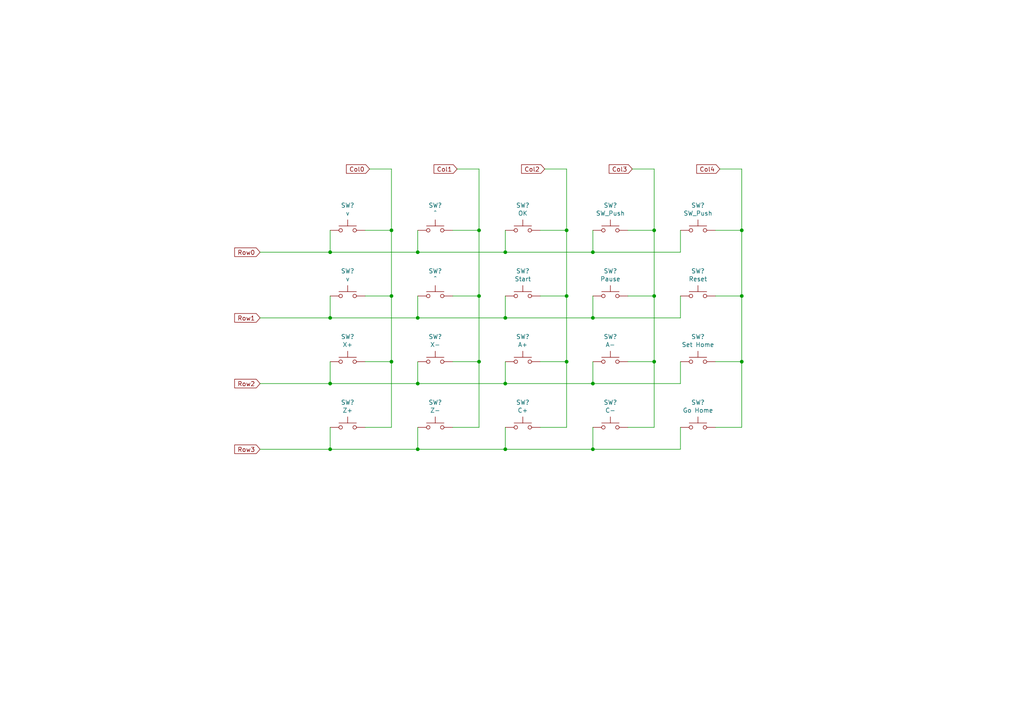
<source format=kicad_sch>
(kicad_sch (version 20211123) (generator eeschema)

  (uuid 35f33603-a65d-4e7e-9399-f524b8aed735)

  (paper "A4")

  (lib_symbols
    (symbol "Switch:SW_Push" (pin_numbers hide) (pin_names (offset 1.016) hide) (in_bom yes) (on_board yes)
      (property "Reference" "SW" (id 0) (at 1.27 2.54 0)
        (effects (font (size 1.27 1.27)) (justify left))
      )
      (property "Value" "SW_Push" (id 1) (at 0 -1.524 0)
        (effects (font (size 1.27 1.27)))
      )
      (property "Footprint" "" (id 2) (at 0 5.08 0)
        (effects (font (size 1.27 1.27)) hide)
      )
      (property "Datasheet" "~" (id 3) (at 0 5.08 0)
        (effects (font (size 1.27 1.27)) hide)
      )
      (property "ki_keywords" "switch normally-open pushbutton push-button" (id 4) (at 0 0 0)
        (effects (font (size 1.27 1.27)) hide)
      )
      (property "ki_description" "Push button switch, generic, two pins" (id 5) (at 0 0 0)
        (effects (font (size 1.27 1.27)) hide)
      )
      (symbol "SW_Push_0_1"
        (circle (center -2.032 0) (radius 0.508)
          (stroke (width 0) (type default) (color 0 0 0 0))
          (fill (type none))
        )
        (polyline
          (pts
            (xy 0 1.27)
            (xy 0 3.048)
          )
          (stroke (width 0) (type default) (color 0 0 0 0))
          (fill (type none))
        )
        (polyline
          (pts
            (xy 2.54 1.27)
            (xy -2.54 1.27)
          )
          (stroke (width 0) (type default) (color 0 0 0 0))
          (fill (type none))
        )
        (circle (center 2.032 0) (radius 0.508)
          (stroke (width 0) (type default) (color 0 0 0 0))
          (fill (type none))
        )
        (pin passive line (at -5.08 0 0) (length 2.54)
          (name "1" (effects (font (size 1.27 1.27))))
          (number "1" (effects (font (size 1.27 1.27))))
        )
        (pin passive line (at 5.08 0 180) (length 2.54)
          (name "2" (effects (font (size 1.27 1.27))))
          (number "2" (effects (font (size 1.27 1.27))))
        )
      )
    )
  )

  (junction (at 138.938 85.852) (diameter 0) (color 0 0 0 0)
    (uuid 09c5bc02-a419-455c-a466-436d14358dde)
  )
  (junction (at 113.538 85.852) (diameter 0) (color 0 0 0 0)
    (uuid 180b2908-8dae-4e2d-8004-5fbf31bd6bb4)
  )
  (junction (at 215.138 66.802) (diameter 0) (color 0 0 0 0)
    (uuid 2161efe8-b695-4695-8cb4-9cd28d2fcff6)
  )
  (junction (at 171.958 92.202) (diameter 0) (color 0 0 0 0)
    (uuid 2df36c7d-a974-40f0-9eaa-8a379f05141c)
  )
  (junction (at 146.558 73.152) (diameter 0) (color 0 0 0 0)
    (uuid 3593ac02-64b6-4a09-b5ce-5df341f1aa56)
  )
  (junction (at 95.758 111.252) (diameter 0) (color 0 0 0 0)
    (uuid 4507a564-8973-464c-9b72-4cf79d28a93a)
  )
  (junction (at 113.538 104.902) (diameter 0) (color 0 0 0 0)
    (uuid 468e5b6e-3dbe-48b4-8f0f-d3fc3fc586b7)
  )
  (junction (at 121.158 73.152) (diameter 0) (color 0 0 0 0)
    (uuid 49a0d6f2-7814-4a8b-a66f-8b37ca899e2a)
  )
  (junction (at 164.338 66.802) (diameter 0) (color 0 0 0 0)
    (uuid 5e334666-af70-4bbd-b4f0-340a4f0554cb)
  )
  (junction (at 138.938 66.802) (diameter 0) (color 0 0 0 0)
    (uuid 634afa8c-24b2-44f1-acc7-35a30435833a)
  )
  (junction (at 146.558 92.202) (diameter 0) (color 0 0 0 0)
    (uuid 66b7de79-25cc-4e7d-8c4f-17d457be7f0e)
  )
  (junction (at 189.738 104.902) (diameter 0) (color 0 0 0 0)
    (uuid 7ba397ae-0d1a-4732-8972-9612adee451c)
  )
  (junction (at 171.958 73.152) (diameter 0) (color 0 0 0 0)
    (uuid 80cf819f-5c64-4cfe-928a-8988996e68f4)
  )
  (junction (at 146.558 111.252) (diameter 0) (color 0 0 0 0)
    (uuid 8acdaf93-3378-4d13-8bf9-6b0317108d20)
  )
  (junction (at 215.138 85.852) (diameter 0) (color 0 0 0 0)
    (uuid 9859cc67-0089-4797-bd1f-5d9b99ee2ed0)
  )
  (junction (at 171.958 130.302) (diameter 0) (color 0 0 0 0)
    (uuid a11c9cbc-6b23-4372-be92-5489517fa5c9)
  )
  (junction (at 146.558 130.302) (diameter 0) (color 0 0 0 0)
    (uuid ad9a43f6-1244-442e-afff-20aeaa675c81)
  )
  (junction (at 164.338 85.852) (diameter 0) (color 0 0 0 0)
    (uuid b2145a43-1d2b-4919-aa3a-cc0d488feddd)
  )
  (junction (at 189.738 66.802) (diameter 0) (color 0 0 0 0)
    (uuid b4eb22c3-d6b9-4385-8c70-5342c71f259a)
  )
  (junction (at 121.158 111.252) (diameter 0) (color 0 0 0 0)
    (uuid bef020f9-84df-41f6-aa60-f9e0bde7e6d4)
  )
  (junction (at 215.138 104.902) (diameter 0) (color 0 0 0 0)
    (uuid caab9318-b634-42d4-8f60-25e2241c571e)
  )
  (junction (at 121.158 92.202) (diameter 0) (color 0 0 0 0)
    (uuid cbe20cf1-f3fd-4e01-a85b-49869470ab7a)
  )
  (junction (at 121.158 130.302) (diameter 0) (color 0 0 0 0)
    (uuid d5e38fca-598b-4d8a-98c9-6da71b070d70)
  )
  (junction (at 95.758 92.202) (diameter 0) (color 0 0 0 0)
    (uuid d956e1ea-5303-43e6-ad9e-8474fd13af5e)
  )
  (junction (at 164.338 104.902) (diameter 0) (color 0 0 0 0)
    (uuid dc9b167f-e351-4631-a7cb-008b5636723f)
  )
  (junction (at 113.538 66.802) (diameter 0) (color 0 0 0 0)
    (uuid deb3c8d4-cd4a-4c3f-9749-bd9ef6b7b0d7)
  )
  (junction (at 171.958 111.252) (diameter 0) (color 0 0 0 0)
    (uuid e0c2897c-68a4-44aa-a2aa-fda96e7fcf19)
  )
  (junction (at 95.758 73.152) (diameter 0) (color 0 0 0 0)
    (uuid e62cd3e5-3573-442a-b38f-08f0c6bede20)
  )
  (junction (at 95.758 130.302) (diameter 0) (color 0 0 0 0)
    (uuid eb7817e4-d031-4471-be3c-ff46eaa3d69f)
  )
  (junction (at 189.738 85.852) (diameter 0) (color 0 0 0 0)
    (uuid f3cdd00b-eb1a-4c2b-9555-c97bc808f5b1)
  )
  (junction (at 138.938 104.902) (diameter 0) (color 0 0 0 0)
    (uuid fe20c59b-2dbc-4304-99a5-d279608b3de9)
  )

  (wire (pts (xy 113.538 123.952) (xy 105.918 123.952))
    (stroke (width 0) (type default) (color 0 0 0 0))
    (uuid 04405cc9-33ca-4ef3-8f14-0f61cc1d7f6d)
  )
  (wire (pts (xy 207.518 104.902) (xy 215.138 104.902))
    (stroke (width 0) (type default) (color 0 0 0 0))
    (uuid 06394603-6a1b-4634-91a3-3db4fb799dd7)
  )
  (wire (pts (xy 171.958 85.852) (xy 171.958 92.202))
    (stroke (width 0) (type default) (color 0 0 0 0))
    (uuid 08fe82a1-1dc6-40a5-87b0-02baf4392d3d)
  )
  (wire (pts (xy 164.338 104.902) (xy 164.338 123.952))
    (stroke (width 0) (type default) (color 0 0 0 0))
    (uuid 0c751050-b888-4abc-8779-697fb8bdde6f)
  )
  (wire (pts (xy 189.738 66.802) (xy 189.738 85.852))
    (stroke (width 0) (type default) (color 0 0 0 0))
    (uuid 0eea635c-9c0c-4ce3-956d-ac29beb602a7)
  )
  (wire (pts (xy 156.718 66.802) (xy 164.338 66.802))
    (stroke (width 0) (type default) (color 0 0 0 0))
    (uuid 0f7f8cce-a544-4e28-adab-b006ffe43089)
  )
  (wire (pts (xy 156.718 85.852) (xy 164.338 85.852))
    (stroke (width 0) (type default) (color 0 0 0 0))
    (uuid 10731a38-902e-476b-ae21-755798fcd310)
  )
  (wire (pts (xy 215.138 85.852) (xy 215.138 104.902))
    (stroke (width 0) (type default) (color 0 0 0 0))
    (uuid 123cc1e2-6b17-4738-9ad9-1e6bcf15998a)
  )
  (wire (pts (xy 75.438 92.202) (xy 95.758 92.202))
    (stroke (width 0) (type default) (color 0 0 0 0))
    (uuid 1813c615-8749-4fe5-8026-700f1c41f724)
  )
  (wire (pts (xy 171.958 104.902) (xy 171.958 111.252))
    (stroke (width 0) (type default) (color 0 0 0 0))
    (uuid 1df33072-41bd-4574-b71c-12d34ccee9d8)
  )
  (wire (pts (xy 197.358 92.202) (xy 197.358 85.852))
    (stroke (width 0) (type default) (color 0 0 0 0))
    (uuid 20baccf3-baef-4572-9ba4-8f47f2491fe9)
  )
  (wire (pts (xy 215.138 104.902) (xy 215.138 123.952))
    (stroke (width 0) (type default) (color 0 0 0 0))
    (uuid 2128cd6a-874b-4c20-bf4b-b5c19d67d488)
  )
  (wire (pts (xy 75.438 111.252) (xy 95.758 111.252))
    (stroke (width 0) (type default) (color 0 0 0 0))
    (uuid 21e8feb0-1628-4caf-bb36-e985889fdc12)
  )
  (wire (pts (xy 146.558 130.302) (xy 171.958 130.302))
    (stroke (width 0) (type default) (color 0 0 0 0))
    (uuid 2c186cbf-9cac-4388-adb2-6d310baf89db)
  )
  (wire (pts (xy 146.558 123.952) (xy 146.558 130.302))
    (stroke (width 0) (type default) (color 0 0 0 0))
    (uuid 307233f7-f5c9-40df-9722-089522eba0d0)
  )
  (wire (pts (xy 95.758 130.302) (xy 121.158 130.302))
    (stroke (width 0) (type default) (color 0 0 0 0))
    (uuid 331fc568-3d51-45d8-97fa-4dec424c6062)
  )
  (wire (pts (xy 146.558 92.202) (xy 171.958 92.202))
    (stroke (width 0) (type default) (color 0 0 0 0))
    (uuid 3542f43a-1f13-4cce-9271-70b566edd0bd)
  )
  (wire (pts (xy 189.738 104.902) (xy 189.738 123.952))
    (stroke (width 0) (type default) (color 0 0 0 0))
    (uuid 379a695d-ea9b-4bba-9f01-31ed59e6dc9d)
  )
  (wire (pts (xy 197.358 73.152) (xy 197.358 66.802))
    (stroke (width 0) (type default) (color 0 0 0 0))
    (uuid 3ed06888-3317-48dc-81bf-b0025303318c)
  )
  (wire (pts (xy 164.338 85.852) (xy 164.338 104.902))
    (stroke (width 0) (type default) (color 0 0 0 0))
    (uuid 42fdaf50-6fa0-4325-8503-ef4174de307c)
  )
  (wire (pts (xy 131.318 85.852) (xy 138.938 85.852))
    (stroke (width 0) (type default) (color 0 0 0 0))
    (uuid 4590e23b-8d5e-45c4-be4f-88721392542c)
  )
  (wire (pts (xy 131.318 66.802) (xy 138.938 66.802))
    (stroke (width 0) (type default) (color 0 0 0 0))
    (uuid 45947b32-648a-4686-8f2e-1035503f7831)
  )
  (wire (pts (xy 121.158 92.202) (xy 146.558 92.202))
    (stroke (width 0) (type default) (color 0 0 0 0))
    (uuid 46402e3f-7dc6-4ced-b844-bd6e90f204e5)
  )
  (wire (pts (xy 197.358 111.252) (xy 197.358 104.902))
    (stroke (width 0) (type default) (color 0 0 0 0))
    (uuid 48c69221-7097-4358-a945-18ac26d862fe)
  )
  (wire (pts (xy 171.958 92.202) (xy 197.358 92.202))
    (stroke (width 0) (type default) (color 0 0 0 0))
    (uuid 4cf95094-3552-494f-88bc-8a44cba50a02)
  )
  (wire (pts (xy 146.558 66.802) (xy 146.558 73.152))
    (stroke (width 0) (type default) (color 0 0 0 0))
    (uuid 532470fb-0dc1-4e51-be2b-2be9b184e3aa)
  )
  (wire (pts (xy 138.938 49.022) (xy 138.938 66.802))
    (stroke (width 0) (type default) (color 0 0 0 0))
    (uuid 56a0bea8-858c-47da-a4ea-1d73f7d9339d)
  )
  (wire (pts (xy 182.118 66.802) (xy 189.738 66.802))
    (stroke (width 0) (type default) (color 0 0 0 0))
    (uuid 5f56294a-db70-475c-8f84-379dcd0437d0)
  )
  (wire (pts (xy 146.558 104.902) (xy 146.558 111.252))
    (stroke (width 0) (type default) (color 0 0 0 0))
    (uuid 5f73a2ed-4a03-4a92-bd10-c6cd08289c0a)
  )
  (wire (pts (xy 182.118 104.902) (xy 189.738 104.902))
    (stroke (width 0) (type default) (color 0 0 0 0))
    (uuid 6110242e-4c73-425f-a004-5e95222f4241)
  )
  (wire (pts (xy 171.958 130.302) (xy 197.358 130.302))
    (stroke (width 0) (type default) (color 0 0 0 0))
    (uuid 63127317-183f-4d62-8758-bf4f1c953d00)
  )
  (wire (pts (xy 113.538 104.902) (xy 113.538 123.952))
    (stroke (width 0) (type default) (color 0 0 0 0))
    (uuid 66becfff-6c72-4445-8813-3e8b109d2d96)
  )
  (wire (pts (xy 171.958 111.252) (xy 197.358 111.252))
    (stroke (width 0) (type default) (color 0 0 0 0))
    (uuid 6e59773b-20cf-43bf-aecf-380aa682d29d)
  )
  (wire (pts (xy 95.758 85.852) (xy 95.758 92.202))
    (stroke (width 0) (type default) (color 0 0 0 0))
    (uuid 6fbd3d48-ee0a-45d2-838f-39bb103d8c1d)
  )
  (wire (pts (xy 164.338 49.022) (xy 164.338 66.802))
    (stroke (width 0) (type default) (color 0 0 0 0))
    (uuid 7244c5a7-e0ea-4542-bb1d-7a598aa8bedf)
  )
  (wire (pts (xy 171.958 123.952) (xy 171.958 130.302))
    (stroke (width 0) (type default) (color 0 0 0 0))
    (uuid 728c79e9-5768-4bc5-81e1-e9810ba43862)
  )
  (wire (pts (xy 156.718 104.902) (xy 164.338 104.902))
    (stroke (width 0) (type default) (color 0 0 0 0))
    (uuid 79699542-9f07-43b2-ac36-ad799c2e620d)
  )
  (wire (pts (xy 95.758 104.902) (xy 95.758 111.252))
    (stroke (width 0) (type default) (color 0 0 0 0))
    (uuid 7a3ce6f4-7eb5-453a-b479-e95deb533d24)
  )
  (wire (pts (xy 105.918 104.902) (xy 113.538 104.902))
    (stroke (width 0) (type default) (color 0 0 0 0))
    (uuid 7c079cdd-5d2f-499f-8c5b-280d901e425e)
  )
  (wire (pts (xy 95.758 123.952) (xy 95.758 130.302))
    (stroke (width 0) (type default) (color 0 0 0 0))
    (uuid 80369c3f-0e91-4737-930e-680c8afc9cb8)
  )
  (wire (pts (xy 208.788 49.022) (xy 215.138 49.022))
    (stroke (width 0) (type default) (color 0 0 0 0))
    (uuid 80842f0f-4c18-4d0e-8e52-00c21a966069)
  )
  (wire (pts (xy 182.118 85.852) (xy 189.738 85.852))
    (stroke (width 0) (type default) (color 0 0 0 0))
    (uuid 8107dfdb-5f40-4867-8d4f-0608a441133f)
  )
  (wire (pts (xy 189.738 123.952) (xy 182.118 123.952))
    (stroke (width 0) (type default) (color 0 0 0 0))
    (uuid 81c18b0a-52ca-46af-8bf3-8ef5b585e478)
  )
  (wire (pts (xy 121.158 130.302) (xy 146.558 130.302))
    (stroke (width 0) (type default) (color 0 0 0 0))
    (uuid 81ea2786-5d0c-4335-9e3e-ef74431a8864)
  )
  (wire (pts (xy 171.958 66.802) (xy 171.958 73.152))
    (stroke (width 0) (type default) (color 0 0 0 0))
    (uuid 82e3ecd2-ea16-43d5-94cd-f241e6a23c7e)
  )
  (wire (pts (xy 95.758 92.202) (xy 121.158 92.202))
    (stroke (width 0) (type default) (color 0 0 0 0))
    (uuid 83b191de-48a5-4d4c-a74f-373ba35f1d32)
  )
  (wire (pts (xy 131.318 104.902) (xy 138.938 104.902))
    (stroke (width 0) (type default) (color 0 0 0 0))
    (uuid 853590de-0080-42bf-92cd-f14b3b1f6cb4)
  )
  (wire (pts (xy 197.358 130.302) (xy 197.358 123.952))
    (stroke (width 0) (type default) (color 0 0 0 0))
    (uuid 854eebfc-d5fa-46d4-ab6b-786e09ae93ca)
  )
  (wire (pts (xy 75.438 130.302) (xy 95.758 130.302))
    (stroke (width 0) (type default) (color 0 0 0 0))
    (uuid 8726764d-e241-40ae-bc19-f1316ce245a6)
  )
  (wire (pts (xy 121.158 104.902) (xy 121.158 111.252))
    (stroke (width 0) (type default) (color 0 0 0 0))
    (uuid 878f6c1a-af21-4c4c-9865-1ea471bcfd30)
  )
  (wire (pts (xy 146.558 111.252) (xy 171.958 111.252))
    (stroke (width 0) (type default) (color 0 0 0 0))
    (uuid 8e606922-08c7-4d14-8e6b-d1873e169fc8)
  )
  (wire (pts (xy 95.758 111.252) (xy 121.158 111.252))
    (stroke (width 0) (type default) (color 0 0 0 0))
    (uuid 92db4a2d-7f82-48cb-862a-46b7b362633f)
  )
  (wire (pts (xy 207.518 66.802) (xy 215.138 66.802))
    (stroke (width 0) (type default) (color 0 0 0 0))
    (uuid 965628ff-8465-49dd-a74a-21b3a206343a)
  )
  (wire (pts (xy 95.758 73.152) (xy 121.158 73.152))
    (stroke (width 0) (type default) (color 0 0 0 0))
    (uuid 965d0aaf-fdb7-4ec5-bba2-3376ff0baf46)
  )
  (wire (pts (xy 164.338 123.952) (xy 156.718 123.952))
    (stroke (width 0) (type default) (color 0 0 0 0))
    (uuid 9c5d369c-d6f9-4243-a861-5074137c3724)
  )
  (wire (pts (xy 157.988 49.022) (xy 164.338 49.022))
    (stroke (width 0) (type default) (color 0 0 0 0))
    (uuid a5478fe5-8f8e-44dd-8c12-edd92bab385c)
  )
  (wire (pts (xy 183.388 49.022) (xy 189.738 49.022))
    (stroke (width 0) (type default) (color 0 0 0 0))
    (uuid a898570d-2ca2-4ed3-a218-c2c298f6c199)
  )
  (wire (pts (xy 189.738 85.852) (xy 189.738 104.902))
    (stroke (width 0) (type default) (color 0 0 0 0))
    (uuid ab718489-24aa-4a93-afac-c123d685d990)
  )
  (wire (pts (xy 164.338 66.802) (xy 164.338 85.852))
    (stroke (width 0) (type default) (color 0 0 0 0))
    (uuid ad63fe03-4470-4417-baf3-38c1e2ffd861)
  )
  (wire (pts (xy 215.138 66.802) (xy 215.138 85.852))
    (stroke (width 0) (type default) (color 0 0 0 0))
    (uuid b0c31a29-6c84-46fe-85a1-b34de5aa94e8)
  )
  (wire (pts (xy 107.188 49.022) (xy 113.538 49.022))
    (stroke (width 0) (type default) (color 0 0 0 0))
    (uuid b1b97dd8-b2e6-4e00-86d4-31a67b4e0b01)
  )
  (wire (pts (xy 121.158 111.252) (xy 146.558 111.252))
    (stroke (width 0) (type default) (color 0 0 0 0))
    (uuid b28ba3b3-84cd-40cd-9219-cc047d0a3d0c)
  )
  (wire (pts (xy 121.158 66.802) (xy 121.158 73.152))
    (stroke (width 0) (type default) (color 0 0 0 0))
    (uuid b39e9598-251c-4639-9519-3e1447aabb6b)
  )
  (wire (pts (xy 75.438 73.152) (xy 95.758 73.152))
    (stroke (width 0) (type default) (color 0 0 0 0))
    (uuid bb37c238-4550-43f6-9920-88f99649ab85)
  )
  (wire (pts (xy 95.758 66.802) (xy 95.758 73.152))
    (stroke (width 0) (type default) (color 0 0 0 0))
    (uuid bbbe94c5-b358-4edd-887e-cfaf987b3619)
  )
  (wire (pts (xy 113.538 85.852) (xy 113.538 104.902))
    (stroke (width 0) (type default) (color 0 0 0 0))
    (uuid bf741fd1-5855-4a31-8c21-db9bc5f783af)
  )
  (wire (pts (xy 146.558 85.852) (xy 146.558 92.202))
    (stroke (width 0) (type default) (color 0 0 0 0))
    (uuid c0198b76-87db-42ba-affe-01d58c1285ef)
  )
  (wire (pts (xy 105.918 66.802) (xy 113.538 66.802))
    (stroke (width 0) (type default) (color 0 0 0 0))
    (uuid cbd93bfb-3523-4466-8bff-4ae6fee44b5d)
  )
  (wire (pts (xy 121.158 123.952) (xy 121.158 130.302))
    (stroke (width 0) (type default) (color 0 0 0 0))
    (uuid d2a9dfbb-e6d3-4b33-b503-3b313080e9ea)
  )
  (wire (pts (xy 171.958 73.152) (xy 197.358 73.152))
    (stroke (width 0) (type default) (color 0 0 0 0))
    (uuid d2fece66-f5de-467b-b2dc-a3e9760731c7)
  )
  (wire (pts (xy 146.558 73.152) (xy 171.958 73.152))
    (stroke (width 0) (type default) (color 0 0 0 0))
    (uuid d5dd32cc-2d46-4517-8973-b4b2d5677828)
  )
  (wire (pts (xy 121.158 73.152) (xy 146.558 73.152))
    (stroke (width 0) (type default) (color 0 0 0 0))
    (uuid d5f2d0d4-3be8-4c72-bdf3-ffbc9effd74f)
  )
  (wire (pts (xy 105.918 85.852) (xy 113.538 85.852))
    (stroke (width 0) (type default) (color 0 0 0 0))
    (uuid d644781d-1d0f-4d6c-b21b-3df96ca05bd7)
  )
  (wire (pts (xy 215.138 49.022) (xy 215.138 66.802))
    (stroke (width 0) (type default) (color 0 0 0 0))
    (uuid d9d46728-d8fd-491b-b8be-eb5bd305b7a5)
  )
  (wire (pts (xy 132.588 49.022) (xy 138.938 49.022))
    (stroke (width 0) (type default) (color 0 0 0 0))
    (uuid e2bf80a8-9216-4889-bb81-899b37136608)
  )
  (wire (pts (xy 207.518 85.852) (xy 215.138 85.852))
    (stroke (width 0) (type default) (color 0 0 0 0))
    (uuid e52537de-7993-480e-b712-cf1b7a3b3d1a)
  )
  (wire (pts (xy 138.938 85.852) (xy 138.938 104.902))
    (stroke (width 0) (type default) (color 0 0 0 0))
    (uuid e5ae8e88-90af-43c2-9e8d-2297e87ca4d4)
  )
  (wire (pts (xy 215.138 123.952) (xy 207.518 123.952))
    (stroke (width 0) (type default) (color 0 0 0 0))
    (uuid e93cfa98-2de9-4deb-a531-a821b57b4db1)
  )
  (wire (pts (xy 113.538 66.802) (xy 113.538 85.852))
    (stroke (width 0) (type default) (color 0 0 0 0))
    (uuid edc7b751-2629-4a22-8a99-65598a8398ec)
  )
  (wire (pts (xy 121.158 85.852) (xy 121.158 92.202))
    (stroke (width 0) (type default) (color 0 0 0 0))
    (uuid ef122aaa-1027-42d0-ba41-b3911d9ee026)
  )
  (wire (pts (xy 138.938 104.902) (xy 138.938 123.952))
    (stroke (width 0) (type default) (color 0 0 0 0))
    (uuid f26aae73-55c9-4b84-9413-5f5705da344c)
  )
  (wire (pts (xy 138.938 66.802) (xy 138.938 85.852))
    (stroke (width 0) (type default) (color 0 0 0 0))
    (uuid f6c782ca-9230-4efe-929d-f20e375eb5a5)
  )
  (wire (pts (xy 138.938 123.952) (xy 131.318 123.952))
    (stroke (width 0) (type default) (color 0 0 0 0))
    (uuid f8349ceb-5255-443b-9fe6-3b41db90a3df)
  )
  (wire (pts (xy 189.738 49.022) (xy 189.738 66.802))
    (stroke (width 0) (type default) (color 0 0 0 0))
    (uuid f95c4b0e-c53e-42ec-bb6b-58ec97ac4390)
  )
  (wire (pts (xy 113.538 49.022) (xy 113.538 66.802))
    (stroke (width 0) (type default) (color 0 0 0 0))
    (uuid fd8abe07-df5c-461b-878d-38281ca61625)
  )

  (global_label "Col3" (shape input) (at 183.388 49.022 180) (fields_autoplaced)
    (effects (font (size 1.27 1.27)) (justify right))
    (uuid 06bddbf2-b62d-42bf-a494-4e1ef4c01bee)
    (property "Intersheet References" "${INTERSHEET_REFS}" (id 0) (at 30.988 28.702 0)
      (effects (font (size 1.27 1.27)) hide)
    )
  )
  (global_label "Col0" (shape input) (at 107.188 49.022 180) (fields_autoplaced)
    (effects (font (size 1.27 1.27)) (justify right))
    (uuid 08279ebd-6740-4c35-ae71-99481fbb9cdd)
    (property "Intersheet References" "${INTERSHEET_REFS}" (id 0) (at 30.988 28.702 0)
      (effects (font (size 1.27 1.27)) hide)
    )
  )
  (global_label "Col4" (shape input) (at 208.788 49.022 180) (fields_autoplaced)
    (effects (font (size 1.27 1.27)) (justify right))
    (uuid 0d4b216b-e90e-49ea-b036-db5c9ed9a943)
    (property "Intersheet References" "${INTERSHEET_REFS}" (id 0) (at 30.988 28.702 0)
      (effects (font (size 1.27 1.27)) hide)
    )
  )
  (global_label "Row1" (shape input) (at 75.438 92.202 180) (fields_autoplaced)
    (effects (font (size 1.27 1.27)) (justify right))
    (uuid 255a17d5-b7be-4fa7-8dff-6376e523b95a)
    (property "Intersheet References" "${INTERSHEET_REFS}" (id 0) (at 30.988 28.702 0)
      (effects (font (size 1.27 1.27)) hide)
    )
  )
  (global_label "Row3" (shape input) (at 75.438 130.302 180) (fields_autoplaced)
    (effects (font (size 1.27 1.27)) (justify right))
    (uuid 4b706867-c6e6-4a68-9021-1b2021334328)
    (property "Intersheet References" "${INTERSHEET_REFS}" (id 0) (at 30.988 28.702 0)
      (effects (font (size 1.27 1.27)) hide)
    )
  )
  (global_label "Row2" (shape input) (at 75.438 111.252 180) (fields_autoplaced)
    (effects (font (size 1.27 1.27)) (justify right))
    (uuid 51538c9c-edbc-4734-b0c7-559bcfbaddb5)
    (property "Intersheet References" "${INTERSHEET_REFS}" (id 0) (at 30.988 28.702 0)
      (effects (font (size 1.27 1.27)) hide)
    )
  )
  (global_label "Col2" (shape input) (at 157.988 49.022 180) (fields_autoplaced)
    (effects (font (size 1.27 1.27)) (justify right))
    (uuid 7c665576-1ee3-4572-ace4-c518413c36cf)
    (property "Intersheet References" "${INTERSHEET_REFS}" (id 0) (at 30.988 28.702 0)
      (effects (font (size 1.27 1.27)) hide)
    )
  )
  (global_label "Col1" (shape input) (at 132.588 49.022 180) (fields_autoplaced)
    (effects (font (size 1.27 1.27)) (justify right))
    (uuid d3afce4e-422a-4b74-8ecd-4214a6bd29d3)
    (property "Intersheet References" "${INTERSHEET_REFS}" (id 0) (at 30.988 28.702 0)
      (effects (font (size 1.27 1.27)) hide)
    )
  )
  (global_label "Row0" (shape input) (at 75.438 73.152 180) (fields_autoplaced)
    (effects (font (size 1.27 1.27)) (justify right))
    (uuid d6fce733-8d24-473e-9692-da6f267da57a)
    (property "Intersheet References" "${INTERSHEET_REFS}" (id 0) (at 30.988 28.702 0)
      (effects (font (size 1.27 1.27)) hide)
    )
  )

  (symbol (lib_id "Switch:SW_Push") (at 126.238 85.852 0)
    (in_bom yes) (on_board yes)
    (uuid 07dbc9fd-d974-4a19-977f-78b62683ee86)
    (property "Reference" "SW?" (id 0) (at 126.238 78.613 0))
    (property "Value" "^" (id 1) (at 126.238 80.9244 0))
    (property "Footprint" "B3F-4055:B3F-4055" (id 2) (at 126.238 80.772 0)
      (effects (font (size 1.27 1.27)) hide)
    )
    (property "Datasheet" "~" (id 3) (at 126.238 80.772 0)
      (effects (font (size 1.27 1.27)) hide)
    )
    (pin "1" (uuid fed2fd0e-704a-4afe-87e8-ad7286f8a38e))
    (pin "2" (uuid ffb6e8bf-313d-4c15-ac19-78188241a311))
  )

  (symbol (lib_id "Switch:SW_Push") (at 202.438 66.802 0)
    (in_bom yes) (on_board yes)
    (uuid 0b01930d-9221-4e9f-8d37-eaf10448229a)
    (property "Reference" "SW?" (id 0) (at 202.438 59.563 0))
    (property "Value" "SW_Push" (id 1) (at 202.438 61.8744 0))
    (property "Footprint" "B3F-4055:B3F-4055" (id 2) (at 202.438 61.722 0)
      (effects (font (size 1.27 1.27)) hide)
    )
    (property "Datasheet" "~" (id 3) (at 202.438 61.722 0)
      (effects (font (size 1.27 1.27)) hide)
    )
    (pin "1" (uuid 7fe12c4e-a74b-4d5d-a6ba-377d2116213e))
    (pin "2" (uuid cd677290-6299-4b7e-8dd5-cce6a7e8f6e8))
  )

  (symbol (lib_id "Switch:SW_Push") (at 202.438 104.902 0)
    (in_bom yes) (on_board yes)
    (uuid 2dec3bab-04e5-4238-88d3-0113b6e6539d)
    (property "Reference" "SW?" (id 0) (at 202.438 97.663 0))
    (property "Value" "Set Home" (id 1) (at 202.438 99.9744 0))
    (property "Footprint" "B3F-4055:B3F-4055" (id 2) (at 202.438 99.822 0)
      (effects (font (size 1.27 1.27)) hide)
    )
    (property "Datasheet" "~" (id 3) (at 202.438 99.822 0)
      (effects (font (size 1.27 1.27)) hide)
    )
    (pin "1" (uuid 6a78cc95-6a8d-490b-8546-cd7cc62745dc))
    (pin "2" (uuid 7d6c5239-9f90-4b86-ae57-8be9df0770cf))
  )

  (symbol (lib_id "Switch:SW_Push") (at 100.838 66.802 0)
    (in_bom yes) (on_board yes)
    (uuid 386e9e4e-7305-47c0-9317-1e08c5f6e4bf)
    (property "Reference" "SW?" (id 0) (at 100.838 59.563 0))
    (property "Value" "v" (id 1) (at 100.838 61.8744 0))
    (property "Footprint" "B3F-4055:B3F-4055" (id 2) (at 100.838 61.722 0)
      (effects (font (size 1.27 1.27)) hide)
    )
    (property "Datasheet" "~" (id 3) (at 100.838 61.722 0)
      (effects (font (size 1.27 1.27)) hide)
    )
    (pin "1" (uuid 995a398c-64b7-4639-8e97-5685a9ff51e7))
    (pin "2" (uuid bfa56cc9-9b17-4e4d-b33b-7faa6cccac75))
  )

  (symbol (lib_id "Switch:SW_Push") (at 151.638 85.852 0)
    (in_bom yes) (on_board yes)
    (uuid 456fda85-ce98-4498-b8a8-be4e10d4b40d)
    (property "Reference" "SW?" (id 0) (at 151.638 78.613 0))
    (property "Value" "Start" (id 1) (at 151.638 80.9244 0))
    (property "Footprint" "B3F-4055:B3F-4055" (id 2) (at 151.638 80.772 0)
      (effects (font (size 1.27 1.27)) hide)
    )
    (property "Datasheet" "~" (id 3) (at 151.638 80.772 0)
      (effects (font (size 1.27 1.27)) hide)
    )
    (pin "1" (uuid a1d6017a-3cff-4551-af2b-4ed8b3d34415))
    (pin "2" (uuid 554372e5-7e5a-402d-8b2d-2a35ad7feffc))
  )

  (symbol (lib_id "Switch:SW_Push") (at 202.438 123.952 0)
    (in_bom yes) (on_board yes)
    (uuid 616b56be-f113-4810-8b00-fc5e92356da2)
    (property "Reference" "SW?" (id 0) (at 202.438 116.713 0))
    (property "Value" "Go Home" (id 1) (at 202.438 119.0244 0))
    (property "Footprint" "B3F-4055:B3F-4055" (id 2) (at 202.438 118.872 0)
      (effects (font (size 1.27 1.27)) hide)
    )
    (property "Datasheet" "~" (id 3) (at 202.438 118.872 0)
      (effects (font (size 1.27 1.27)) hide)
    )
    (pin "1" (uuid bc0d21b1-974b-4677-8122-4c27e53f17cf))
    (pin "2" (uuid 611b211c-465b-42b2-a81b-340d30cf14c9))
  )

  (symbol (lib_id "Switch:SW_Push") (at 177.038 85.852 0)
    (in_bom yes) (on_board yes)
    (uuid 6500cf9d-e2b8-43d4-a0ca-274b25a07b54)
    (property "Reference" "SW?" (id 0) (at 177.038 78.613 0))
    (property "Value" "Pause" (id 1) (at 177.038 80.9244 0))
    (property "Footprint" "B3F-4055:B3F-4055" (id 2) (at 177.038 80.772 0)
      (effects (font (size 1.27 1.27)) hide)
    )
    (property "Datasheet" "~" (id 3) (at 177.038 80.772 0)
      (effects (font (size 1.27 1.27)) hide)
    )
    (pin "1" (uuid 7b9bafcf-ff4d-4cd3-9253-d831f58e1c68))
    (pin "2" (uuid e0366eb1-4c6e-467d-818e-41b6dde3bb28))
  )

  (symbol (lib_id "Switch:SW_Push") (at 151.638 104.902 0)
    (in_bom yes) (on_board yes)
    (uuid 6be08512-64aa-4c44-a22d-d916ec1d038d)
    (property "Reference" "SW?" (id 0) (at 151.638 97.663 0))
    (property "Value" "A+" (id 1) (at 151.638 99.9744 0))
    (property "Footprint" "B3F-4055:B3F-4055" (id 2) (at 151.638 99.822 0)
      (effects (font (size 1.27 1.27)) hide)
    )
    (property "Datasheet" "~" (id 3) (at 151.638 99.822 0)
      (effects (font (size 1.27 1.27)) hide)
    )
    (pin "1" (uuid 7c3c5582-7b55-498e-91d2-3e2906a372b6))
    (pin "2" (uuid 91352235-1c3c-418f-9b52-f6976d42da2d))
  )

  (symbol (lib_id "Switch:SW_Push") (at 126.238 104.902 0)
    (in_bom yes) (on_board yes)
    (uuid 727be08d-a179-487f-9502-d73b1ba12959)
    (property "Reference" "SW?" (id 0) (at 126.238 97.663 0))
    (property "Value" "X-" (id 1) (at 126.238 99.9744 0))
    (property "Footprint" "B3F-4055:B3F-4055" (id 2) (at 126.238 99.822 0)
      (effects (font (size 1.27 1.27)) hide)
    )
    (property "Datasheet" "~" (id 3) (at 126.238 99.822 0)
      (effects (font (size 1.27 1.27)) hide)
    )
    (pin "1" (uuid 6303e847-245c-413e-b5de-5e1659eee377))
    (pin "2" (uuid edb1c7e8-3a58-4491-985f-2a6465ff1aff))
  )

  (symbol (lib_id "Switch:SW_Push") (at 151.638 123.952 0)
    (in_bom yes) (on_board yes)
    (uuid 8854f1fc-4597-423d-b52f-403e6138a895)
    (property "Reference" "SW?" (id 0) (at 151.638 116.713 0))
    (property "Value" "C+" (id 1) (at 151.638 119.0244 0))
    (property "Footprint" "B3F-4055:B3F-4055" (id 2) (at 151.638 118.872 0)
      (effects (font (size 1.27 1.27)) hide)
    )
    (property "Datasheet" "~" (id 3) (at 151.638 118.872 0)
      (effects (font (size 1.27 1.27)) hide)
    )
    (pin "1" (uuid 48c7fbc2-41c9-4c8f-885b-69a9fd2e1c24))
    (pin "2" (uuid 8247310a-de92-4616-9b08-cb00011df0ce))
  )

  (symbol (lib_id "Switch:SW_Push") (at 100.838 85.852 0)
    (in_bom yes) (on_board yes)
    (uuid 9a173eb9-0e4f-496d-a5b4-65d81f8aae84)
    (property "Reference" "SW?" (id 0) (at 100.838 78.613 0))
    (property "Value" "v" (id 1) (at 100.838 80.9244 0))
    (property "Footprint" "B3F-4055:B3F-4055" (id 2) (at 100.838 80.772 0)
      (effects (font (size 1.27 1.27)) hide)
    )
    (property "Datasheet" "~" (id 3) (at 100.838 80.772 0)
      (effects (font (size 1.27 1.27)) hide)
    )
    (pin "1" (uuid f72170c6-b554-4d64-853a-4ccf94ce1ab0))
    (pin "2" (uuid d5da7df2-1ded-495c-89f0-a53d052789be))
  )

  (symbol (lib_id "Switch:SW_Push") (at 177.038 66.802 0)
    (in_bom yes) (on_board yes)
    (uuid a611cbd0-4884-4dc6-be3a-ef070b5c5c43)
    (property "Reference" "SW?" (id 0) (at 177.038 59.563 0))
    (property "Value" "SW_Push" (id 1) (at 177.038 61.8744 0))
    (property "Footprint" "B3F-4055:B3F-4055" (id 2) (at 177.038 61.722 0)
      (effects (font (size 1.27 1.27)) hide)
    )
    (property "Datasheet" "~" (id 3) (at 177.038 61.722 0)
      (effects (font (size 1.27 1.27)) hide)
    )
    (pin "1" (uuid 68b2c83c-43c9-4854-8251-ce3f769c41a2))
    (pin "2" (uuid ee52aae5-43c7-41f2-9ca4-ce7f883c4b9e))
  )

  (symbol (lib_id "Switch:SW_Push") (at 177.038 123.952 0)
    (in_bom yes) (on_board yes)
    (uuid b05ab39a-81a2-413d-81a7-9ed4c7df36bd)
    (property "Reference" "SW?" (id 0) (at 177.038 116.713 0))
    (property "Value" "C-" (id 1) (at 177.038 119.0244 0))
    (property "Footprint" "B3F-4055:B3F-4055" (id 2) (at 177.038 118.872 0)
      (effects (font (size 1.27 1.27)) hide)
    )
    (property "Datasheet" "~" (id 3) (at 177.038 118.872 0)
      (effects (font (size 1.27 1.27)) hide)
    )
    (pin "1" (uuid a83a235d-576c-48eb-9022-fbc159363fcd))
    (pin "2" (uuid cf41fd9c-43f2-4657-a43a-6edb7e51b65d))
  )

  (symbol (lib_id "Switch:SW_Push") (at 126.238 66.802 0)
    (in_bom yes) (on_board yes)
    (uuid b794d5f3-bb58-4a83-b180-e930ca706cb4)
    (property "Reference" "SW?" (id 0) (at 126.238 59.563 0))
    (property "Value" "^" (id 1) (at 126.238 61.8744 0))
    (property "Footprint" "B3F-4055:B3F-4055" (id 2) (at 126.238 61.722 0)
      (effects (font (size 1.27 1.27)) hide)
    )
    (property "Datasheet" "~" (id 3) (at 126.238 61.722 0)
      (effects (font (size 1.27 1.27)) hide)
    )
    (pin "1" (uuid 893ad196-f7fb-4ac6-b11b-cabe80257a3b))
    (pin "2" (uuid c20ed851-3e24-4892-b991-fbba36ce6d39))
  )

  (symbol (lib_id "Switch:SW_Push") (at 100.838 104.902 0)
    (in_bom yes) (on_board yes)
    (uuid d6c192ec-a291-4018-bcf7-a0f59421e2a0)
    (property "Reference" "SW?" (id 0) (at 100.838 97.663 0))
    (property "Value" "X+" (id 1) (at 100.838 99.9744 0))
    (property "Footprint" "B3F-4055:B3F-4055" (id 2) (at 100.838 99.822 0)
      (effects (font (size 1.27 1.27)) hide)
    )
    (property "Datasheet" "~" (id 3) (at 100.838 99.822 0)
      (effects (font (size 1.27 1.27)) hide)
    )
    (pin "1" (uuid e1090d51-3e41-4f40-acac-9d82f4857920))
    (pin "2" (uuid 58b4e20e-d726-410b-b3b0-f49e3d98b7d2))
  )

  (symbol (lib_id "Switch:SW_Push") (at 202.438 85.852 0)
    (in_bom yes) (on_board yes)
    (uuid defc9667-776e-400f-a63f-ed26c39bdb30)
    (property "Reference" "SW?" (id 0) (at 202.438 78.613 0))
    (property "Value" "Reset" (id 1) (at 202.438 80.9244 0))
    (property "Footprint" "B3F-4055:B3F-4055" (id 2) (at 202.438 80.772 0)
      (effects (font (size 1.27 1.27)) hide)
    )
    (property "Datasheet" "~" (id 3) (at 202.438 80.772 0)
      (effects (font (size 1.27 1.27)) hide)
    )
    (pin "1" (uuid c29f0f27-237b-42f1-99c2-d5a7d3c08475))
    (pin "2" (uuid 00660709-adda-45a4-85b5-f8632564e560))
  )

  (symbol (lib_id "Switch:SW_Push") (at 177.038 104.902 0)
    (in_bom yes) (on_board yes)
    (uuid e3d0b4f1-e9ca-4971-96e6-a3284331921b)
    (property "Reference" "SW?" (id 0) (at 177.038 97.663 0))
    (property "Value" "A-" (id 1) (at 177.038 99.9744 0))
    (property "Footprint" "B3F-4055:B3F-4055" (id 2) (at 177.038 99.822 0)
      (effects (font (size 1.27 1.27)) hide)
    )
    (property "Datasheet" "~" (id 3) (at 177.038 99.822 0)
      (effects (font (size 1.27 1.27)) hide)
    )
    (pin "1" (uuid 622b77b6-409c-43f6-9eed-dd8b04a79249))
    (pin "2" (uuid dad56b3f-d746-4537-a8cd-e0c5fbebc95b))
  )

  (symbol (lib_id "Switch:SW_Push") (at 151.638 66.802 0)
    (in_bom yes) (on_board yes)
    (uuid e62905f3-f385-46b3-af51-fc9177be0ba9)
    (property "Reference" "SW?" (id 0) (at 151.638 59.563 0))
    (property "Value" "OK" (id 1) (at 151.638 61.8744 0))
    (property "Footprint" "B3F-4055:B3F-4055" (id 2) (at 151.638 61.722 0)
      (effects (font (size 1.27 1.27)) hide)
    )
    (property "Datasheet" "~" (id 3) (at 151.638 61.722 0)
      (effects (font (size 1.27 1.27)) hide)
    )
    (pin "1" (uuid 6d74511a-1e37-47a3-be9a-9698720adb90))
    (pin "2" (uuid 943065ef-0d18-48d8-8a0f-abf6eeb721de))
  )

  (symbol (lib_id "Switch:SW_Push") (at 100.838 123.952 0)
    (in_bom yes) (on_board yes)
    (uuid f88aea72-e5f9-468a-a535-733a04cb118c)
    (property "Reference" "SW?" (id 0) (at 100.838 116.713 0))
    (property "Value" "Z+" (id 1) (at 100.838 119.0244 0))
    (property "Footprint" "B3F-4055:B3F-4055" (id 2) (at 100.838 118.872 0)
      (effects (font (size 1.27 1.27)) hide)
    )
    (property "Datasheet" "~" (id 3) (at 100.838 118.872 0)
      (effects (font (size 1.27 1.27)) hide)
    )
    (pin "1" (uuid 2bace9cc-3abf-4e81-b325-35ea3f8f7687))
    (pin "2" (uuid 181e6fb6-4ba4-4e4b-9ad6-e8fd6bef82ee))
  )

  (symbol (lib_id "Switch:SW_Push") (at 126.238 123.952 0)
    (in_bom yes) (on_board yes)
    (uuid fbd585bf-d10a-4dd1-8376-37b44559ea73)
    (property "Reference" "SW?" (id 0) (at 126.238 116.713 0))
    (property "Value" "Z-" (id 1) (at 126.238 119.0244 0))
    (property "Footprint" "B3F-4055:B3F-4055" (id 2) (at 126.238 118.872 0)
      (effects (font (size 1.27 1.27)) hide)
    )
    (property "Datasheet" "~" (id 3) (at 126.238 118.872 0)
      (effects (font (size 1.27 1.27)) hide)
    )
    (pin "1" (uuid 2bfd0b58-86e5-4f6e-9ee2-57cf0fdc87a5))
    (pin "2" (uuid bb94b63d-0744-4861-9570-a88b0675521e))
  )
)

</source>
